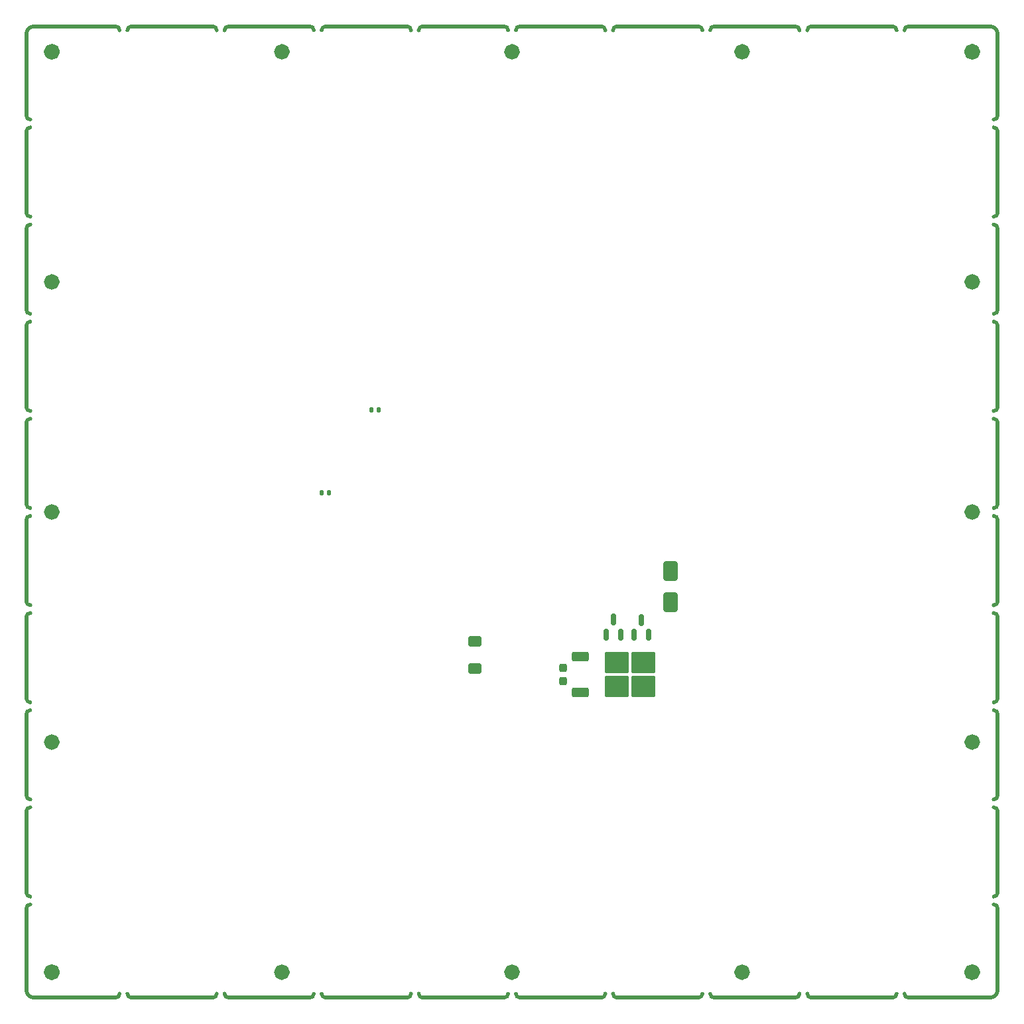
<source format=gbp>
G04 #@! TF.GenerationSoftware,KiCad,Pcbnew,9.0.1+1*
G04 #@! TF.CreationDate,2025-10-27T20:26:38+00:00*
G04 #@! TF.ProjectId,stencil,7374656e-6369-46c2-9e6b-696361645f70,rev?*
G04 #@! TF.SameCoordinates,Original*
G04 #@! TF.FileFunction,Paste,Bot*
G04 #@! TF.FilePolarity,Positive*
%FSLAX46Y46*%
G04 Gerber Fmt 4.6, Leading zero omitted, Abs format (unit mm)*
G04 Created by KiCad (PCBNEW 9.0.1+1) date 2025-10-27 20:26:38*
%MOMM*%
%LPD*%
G01*
G04 APERTURE LIST*
G04 Aperture macros list*
%AMRoundRect*
0 Rectangle with rounded corners*
0 $1 Rounding radius*
0 $2 $3 $4 $5 $6 $7 $8 $9 X,Y pos of 4 corners*
0 Add a 4 corners polygon primitive as box body*
4,1,4,$2,$3,$4,$5,$6,$7,$8,$9,$2,$3,0*
0 Add four circle primitives for the rounded corners*
1,1,$1+$1,$2,$3*
1,1,$1+$1,$4,$5*
1,1,$1+$1,$6,$7*
1,1,$1+$1,$8,$9*
0 Add four rect primitives between the rounded corners*
20,1,$1+$1,$2,$3,$4,$5,0*
20,1,$1+$1,$4,$5,$6,$7,0*
20,1,$1+$1,$6,$7,$8,$9,0*
20,1,$1+$1,$8,$9,$2,$3,0*%
G04 Aperture macros list end*
%ADD10C,0.500000*%
%ADD11C,1.000000*%
%ADD12C,1.050000*%
%ADD13RoundRect,0.237500X-0.237500X0.300000X-0.237500X-0.300000X0.237500X-0.300000X0.237500X0.300000X0*%
%ADD14RoundRect,0.140000X0.140000X0.170000X-0.140000X0.170000X-0.140000X-0.170000X0.140000X-0.170000X0*%
%ADD15RoundRect,0.250000X-1.275000X-1.125000X1.275000X-1.125000X1.275000X1.125000X-1.275000X1.125000X0*%
%ADD16RoundRect,0.250000X-0.850000X-0.350000X0.850000X-0.350000X0.850000X0.350000X-0.850000X0.350000X0*%
%ADD17RoundRect,0.250000X-0.600000X0.400000X-0.600000X-0.400000X0.600000X-0.400000X0.600000X0.400000X0*%
%ADD18RoundRect,0.250000X0.650000X-1.000000X0.650000X1.000000X-0.650000X1.000000X-0.650000X-1.000000X0*%
%ADD19RoundRect,0.150000X0.150000X-0.587500X0.150000X0.587500X-0.150000X0.587500X-0.150000X-0.587500X0*%
%ADD20RoundRect,0.140000X-0.140000X-0.170000X0.140000X-0.170000X0.140000X0.170000X-0.140000X0.170000X0*%
G04 APERTURE END LIST*
D10*
X-6250000Y286750000D02*
X4150000Y286750000D01*
D11*
X-36125000Y166000000D02*
G75*
G02*
X-37125000Y166000000I-500000J0D01*
G01*
X-37125000Y166000000D02*
G75*
G02*
X-36125000Y166000000I500000J0D01*
G01*
D10*
X4650000Y163250000D02*
G75*
G02*
X4150000Y162750000I-500000J0D01*
G01*
X-68750000Y200450000D02*
G75*
G02*
X-69250000Y200950000I1J500001D01*
G01*
D11*
X52000000Y254125000D02*
G75*
G02*
X51000000Y254125000I-500000J0D01*
G01*
X51000000Y254125000D02*
G75*
G02*
X52000000Y254125000I500000J0D01*
G01*
D10*
X-19150000Y286250000D02*
G75*
G02*
X-18650000Y286750000I500000J0D01*
G01*
X-68750000Y188050000D02*
G75*
G02*
X-69250000Y188550000I1J500001D01*
G01*
X-69250000Y174150000D02*
X-69250000Y163750000D01*
D11*
X-65500000Y224750000D02*
G75*
G02*
X-66500000Y224750000I-500000J0D01*
G01*
X-66500000Y224750000D02*
G75*
G02*
X-65500000Y224750000I500000J0D01*
G01*
D10*
X54750000Y213350000D02*
G75*
G02*
X54250000Y212850000I-500000J0D01*
G01*
X54250000Y236650000D02*
G75*
G02*
X54750000Y236150000I0J-500000D01*
G01*
X-69250000Y273350000D02*
G75*
G02*
X-68750000Y273850000I500001J-1D01*
G01*
X-68250000Y286750000D02*
X-57850000Y286750000D01*
X54250000Y249050000D02*
G75*
G02*
X54750000Y248550000I0J-500000D01*
G01*
X-69250000Y260950000D02*
X-69250000Y250550000D01*
X5650000Y286250000D02*
G75*
G02*
X6150000Y286750000I500000J0D01*
G01*
D11*
X-65500000Y195375000D02*
G75*
G02*
X-66500000Y195375000I-500000J0D01*
G01*
X-66500000Y195375000D02*
G75*
G02*
X-65500000Y195375000I500000J0D01*
G01*
D10*
X-69250000Y211350000D02*
G75*
G02*
X-68750000Y211850000I500001J-1D01*
G01*
X-32550000Y163250000D02*
G75*
G02*
X-33050000Y162750000I-500000J0D01*
G01*
X-31050000Y162750000D02*
G75*
G02*
X-31550000Y163250000I0J500000D01*
G01*
X-43450000Y162750000D02*
X-33050000Y162750000D01*
X-69250000Y236150000D02*
X-69250000Y225750000D01*
X17050000Y163250000D02*
G75*
G02*
X16550000Y162750000I-500000J0D01*
G01*
X29450000Y163250000D02*
G75*
G02*
X28950000Y162750000I-500000J0D01*
G01*
X54250000Y187050000D02*
G75*
G02*
X54750000Y186550000I0J-500000D01*
G01*
X-68250000Y162750000D02*
X-57850000Y162750000D01*
X53750000Y286750000D02*
G75*
G02*
X54750000Y285750000I0J-1000000D01*
G01*
X54750000Y186550000D02*
X54750000Y176150000D01*
X-31050000Y162750000D02*
X-20650000Y162750000D01*
X-69250000Y273350000D02*
X-69250000Y262950000D01*
X-69250000Y223750000D02*
X-69250000Y213350000D01*
D11*
X-36125000Y283500000D02*
G75*
G02*
X-37125000Y283500000I-500000J0D01*
G01*
X-37125000Y283500000D02*
G75*
G02*
X-36125000Y283500000I500000J0D01*
G01*
D10*
X6150000Y286750000D02*
X16550000Y286750000D01*
X54750000Y250550000D02*
G75*
G02*
X54250000Y250050000I-500000J0D01*
G01*
X-68750000Y274850000D02*
G75*
G02*
X-69250000Y275350000I1J500001D01*
G01*
X30950000Y286750000D02*
X41350000Y286750000D01*
X-69250000Y260950000D02*
G75*
G02*
X-68750000Y261450000I500001J-1D01*
G01*
X54750000Y200950000D02*
G75*
G02*
X54250000Y200450000I-500000J0D01*
G01*
X-68750000Y225250000D02*
G75*
G02*
X-69250000Y225750000I1J500001D01*
G01*
X-20650000Y286750000D02*
G75*
G02*
X-20150000Y286250000I0J-500000D01*
G01*
X41350000Y286750000D02*
G75*
G02*
X41850000Y286250000I0J-500000D01*
G01*
X54750000Y238150000D02*
G75*
G02*
X54250000Y237650000I-500000J0D01*
G01*
X-57850000Y286750000D02*
G75*
G02*
X-57350000Y286250000I-1J-500001D01*
G01*
X-69250000Y198950000D02*
X-69250000Y188550000D01*
X54250000Y199450000D02*
G75*
G02*
X54750000Y198950000I0J-500000D01*
G01*
X-7750000Y163250000D02*
G75*
G02*
X-8250000Y162750000I-500000J0D01*
G01*
X-69250000Y285750000D02*
X-69250000Y275350000D01*
X-68250000Y162750000D02*
G75*
G02*
X-69250000Y163750000I-1J999999D01*
G01*
X54750000Y236150000D02*
X54750000Y225750000D01*
X54750000Y275350000D02*
G75*
G02*
X54250000Y274850000I-500000J0D01*
G01*
X54750000Y273350000D02*
X54750000Y262950000D01*
X54250000Y211850000D02*
G75*
G02*
X54750000Y211350000I0J-500000D01*
G01*
X-6250000Y162750000D02*
X4150000Y162750000D01*
X-44950000Y163250000D02*
G75*
G02*
X-45450000Y162750000I-500000J0D01*
G01*
D11*
X-6750000Y166000000D02*
G75*
G02*
X-7750000Y166000000I-500000J0D01*
G01*
X-7750000Y166000000D02*
G75*
G02*
X-6750000Y166000000I500000J0D01*
G01*
D10*
X-45450000Y286750000D02*
G75*
G02*
X-44950000Y286250000I0J-500000D01*
G01*
X-8250000Y286750000D02*
G75*
G02*
X-7750000Y286250000I0J-500000D01*
G01*
X43350000Y162750000D02*
G75*
G02*
X42850000Y163250000I0J500000D01*
G01*
X54750000Y223750000D02*
X54750000Y213350000D01*
D12*
X52025000Y283500000D02*
G75*
G02*
X50975000Y283500000I-525000J0D01*
G01*
X50975000Y283500000D02*
G75*
G02*
X52025000Y283500000I525000J0D01*
G01*
D11*
X-65500000Y254125000D02*
G75*
G02*
X-66500000Y254125000I-500000J0D01*
G01*
X-66500000Y254125000D02*
G75*
G02*
X-65500000Y254125000I500000J0D01*
G01*
D10*
X-6250000Y162750000D02*
G75*
G02*
X-6750000Y163250000I0J500000D01*
G01*
X54750000Y176150000D02*
G75*
G02*
X54250000Y175650000I-500000J0D01*
G01*
X54750000Y285750000D02*
X54750000Y275350000D01*
X18550000Y162750000D02*
X28950000Y162750000D01*
X54750000Y262950000D02*
G75*
G02*
X54250000Y262450000I-500000J0D01*
G01*
X-68750000Y262450000D02*
G75*
G02*
X-69250000Y262950000I1J500001D01*
G01*
X-69250000Y186550000D02*
G75*
G02*
X-68750000Y187050000I500001J-1D01*
G01*
X54250000Y261450000D02*
G75*
G02*
X54750000Y260950000I0J-500000D01*
G01*
D11*
X52000000Y224750000D02*
G75*
G02*
X51000000Y224750000I-500000J0D01*
G01*
X51000000Y224750000D02*
G75*
G02*
X52000000Y224750000I500000J0D01*
G01*
D10*
X-55850000Y162750000D02*
X-45450000Y162750000D01*
X-69250000Y223750000D02*
G75*
G02*
X-68750000Y224250000I500001J-1D01*
G01*
X30950000Y162750000D02*
G75*
G02*
X30450000Y163250000I0J500000D01*
G01*
X-68750000Y237650000D02*
G75*
G02*
X-69250000Y238150000I1J500001D01*
G01*
D11*
X22625000Y166000000D02*
G75*
G02*
X21625000Y166000000I-500000J0D01*
G01*
X21625000Y166000000D02*
G75*
G02*
X22625000Y166000000I500000J0D01*
G01*
D10*
X54750000Y174150000D02*
X54750000Y163750000D01*
X54750000Y248550000D02*
X54750000Y238150000D01*
X54250000Y224250000D02*
G75*
G02*
X54750000Y223750000I0J-500000D01*
G01*
X18550000Y162750000D02*
G75*
G02*
X18050000Y163250000I0J500000D01*
G01*
X54750000Y163750000D02*
G75*
G02*
X53750000Y162750000I-1000000J0D01*
G01*
X-69250000Y186550000D02*
X-69250000Y176150000D01*
D11*
X22625000Y283500000D02*
G75*
G02*
X21625000Y283500000I-500000J0D01*
G01*
X21625000Y283500000D02*
G75*
G02*
X22625000Y283500000I500000J0D01*
G01*
D10*
X-57350000Y163250000D02*
G75*
G02*
X-57850000Y162750000I-500001J1D01*
G01*
X-69250000Y198950000D02*
G75*
G02*
X-68750000Y199450000I500001J-1D01*
G01*
X18550000Y286750000D02*
X28950000Y286750000D01*
X54750000Y225750000D02*
G75*
G02*
X54250000Y225250000I-500000J0D01*
G01*
X-6750000Y286250000D02*
G75*
G02*
X-6250000Y286750000I500000J0D01*
G01*
D11*
X-6750000Y283500000D02*
G75*
G02*
X-7750000Y283500000I-500000J0D01*
G01*
X-7750000Y283500000D02*
G75*
G02*
X-6750000Y283500000I500000J0D01*
G01*
D10*
X-69250000Y248550000D02*
X-69250000Y238150000D01*
X-69250000Y211350000D02*
X-69250000Y200950000D01*
X54250000Y174650000D02*
G75*
G02*
X54750000Y174150000I0J-500000D01*
G01*
X-68750000Y175650000D02*
G75*
G02*
X-69250000Y176150000I1J500001D01*
G01*
X30450000Y286250000D02*
G75*
G02*
X30950000Y286750000I500000J0D01*
G01*
X4150000Y286750000D02*
G75*
G02*
X4650000Y286250000I0J-500000D01*
G01*
X-43950000Y286250000D02*
G75*
G02*
X-43450000Y286750000I500000J0D01*
G01*
D11*
X52000000Y195375000D02*
G75*
G02*
X51000000Y195375000I-500000J0D01*
G01*
X51000000Y195375000D02*
G75*
G02*
X52000000Y195375000I500000J0D01*
G01*
D10*
X-31050000Y286750000D02*
X-20650000Y286750000D01*
X-68750000Y212850000D02*
G75*
G02*
X-69250000Y213350000I1J500001D01*
G01*
X42850000Y286250000D02*
G75*
G02*
X43350000Y286750000I500000J0D01*
G01*
X43350000Y286750000D02*
X53750000Y286750000D01*
X-18650000Y162750000D02*
G75*
G02*
X-19150000Y163250000I0J500000D01*
G01*
X-55850000Y162750000D02*
G75*
G02*
X-56350000Y163250000I1J500001D01*
G01*
X-20150000Y163250000D02*
G75*
G02*
X-20650000Y162750000I-500000J0D01*
G01*
X54750000Y188550000D02*
G75*
G02*
X54250000Y188050000I-500000J0D01*
G01*
X-18650000Y162750000D02*
X-8250000Y162750000D01*
X-55850000Y286750000D02*
X-45450000Y286750000D01*
X-18650000Y286750000D02*
X-8250000Y286750000D01*
X-68750000Y250050000D02*
G75*
G02*
X-69250000Y250550000I1J500001D01*
G01*
X28950000Y286750000D02*
G75*
G02*
X29450000Y286250000I0J-500000D01*
G01*
X-43450000Y162750000D02*
G75*
G02*
X-43950000Y163250000I0J500000D01*
G01*
X-69250000Y248550000D02*
G75*
G02*
X-68750000Y249050000I500001J-1D01*
G01*
X54750000Y211350000D02*
X54750000Y200950000D01*
X41850000Y163250000D02*
G75*
G02*
X41350000Y162750000I-500000J0D01*
G01*
X6150000Y162750000D02*
G75*
G02*
X5650000Y163250000I0J500000D01*
G01*
X-69250000Y285750000D02*
G75*
G02*
X-68250000Y286750000I999999J1D01*
G01*
X54750000Y260950000D02*
X54750000Y250550000D01*
X54250000Y273850000D02*
G75*
G02*
X54750000Y273350000I0J-500000D01*
G01*
X-43450000Y286750000D02*
X-33050000Y286750000D01*
X-33050000Y286750000D02*
G75*
G02*
X-32550000Y286250000I0J-500000D01*
G01*
X-31550000Y286250000D02*
G75*
G02*
X-31050000Y286750000I500000J0D01*
G01*
D12*
X-65475000Y283500000D02*
G75*
G02*
X-66525000Y283500000I-525000J0D01*
G01*
X-66525000Y283500000D02*
G75*
G02*
X-65475000Y283500000I525000J0D01*
G01*
D10*
X6150000Y162750000D02*
X16550000Y162750000D01*
X43350000Y162750000D02*
X53750000Y162750000D01*
D12*
X-65475000Y166000000D02*
G75*
G02*
X-66525000Y166000000I-525000J0D01*
G01*
X-66525000Y166000000D02*
G75*
G02*
X-65475000Y166000000I525000J0D01*
G01*
D10*
X-69250000Y236150000D02*
G75*
G02*
X-68750000Y236650000I500001J-1D01*
G01*
X-56350000Y286250000D02*
G75*
G02*
X-55850000Y286750000I500001J-1D01*
G01*
X-69250000Y174150000D02*
G75*
G02*
X-68750000Y174650000I500001J-1D01*
G01*
X18050000Y286250000D02*
G75*
G02*
X18550000Y286750000I500000J0D01*
G01*
D12*
X52025000Y166000000D02*
G75*
G02*
X50975000Y166000000I-525000J0D01*
G01*
X50975000Y166000000D02*
G75*
G02*
X52025000Y166000000I525000J0D01*
G01*
D10*
X30950000Y162750000D02*
X41350000Y162750000D01*
X16550000Y286750000D02*
G75*
G02*
X17050000Y286250000I0J-500000D01*
G01*
X54750000Y198950000D02*
X54750000Y188550000D01*
D13*
G04 #@! TO.C,C11*
X-750000Y204862500D03*
X-750000Y203137500D03*
G04 #@! TD*
D14*
G04 #@! TO.C,C2*
X-24270000Y237750000D03*
X-25230000Y237750000D03*
G04 #@! TD*
D15*
G04 #@! TO.C,Q1*
X6125000Y205555000D03*
X6125000Y202505000D03*
X9475000Y205555000D03*
X9475000Y202505000D03*
D16*
X1500000Y201750000D03*
X1500000Y206310000D03*
G04 #@! TD*
D17*
G04 #@! TO.C,TH1*
X-12000000Y208250000D03*
X-12000000Y204750000D03*
G04 #@! TD*
D18*
G04 #@! TO.C,D6*
X13000000Y213250000D03*
X13000000Y217250000D03*
G04 #@! TD*
D19*
G04 #@! TO.C,D5*
X10200000Y209062500D03*
X8300000Y209062500D03*
X9250000Y210937500D03*
G04 #@! TD*
G04 #@! TO.C,D7*
X6650000Y209125000D03*
X4750000Y209125000D03*
X5700000Y211000000D03*
G04 #@! TD*
D20*
G04 #@! TO.C,C7*
X-31567500Y227230000D03*
X-30607500Y227230000D03*
G04 #@! TD*
M02*

</source>
